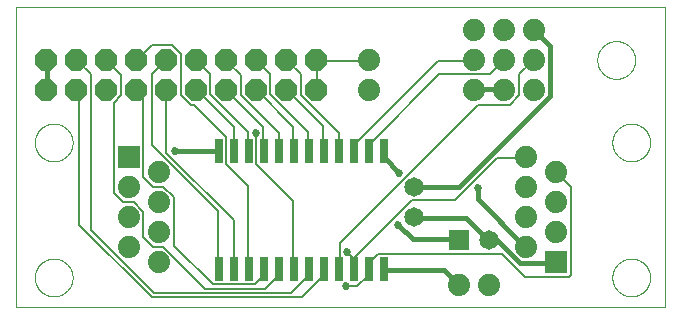
<source format=gtl>
G75*
%MOIN*%
%OFA0B0*%
%FSLAX25Y25*%
%IPPOS*%
%LPD*%
%AMOC8*
5,1,8,0,0,1.08239X$1,22.5*
%
%ADD10C,0.00000*%
%ADD11C,0.07400*%
%ADD12R,0.07400X0.07400*%
%ADD13OC8,0.07400*%
%ADD14C,0.06500*%
%ADD15R,0.06500X0.06500*%
%ADD16R,0.02600X0.08000*%
%ADD17C,0.01500*%
%ADD18C,0.02700*%
%ADD19C,0.00800*%
D10*
X0031420Y0001000D02*
X0031420Y0101000D01*
X0247670Y0101000D01*
X0247670Y0001000D01*
X0031420Y0001000D01*
X0037621Y0011000D02*
X0037623Y0011158D01*
X0037629Y0011316D01*
X0037639Y0011474D01*
X0037653Y0011632D01*
X0037671Y0011789D01*
X0037692Y0011946D01*
X0037718Y0012102D01*
X0037748Y0012258D01*
X0037781Y0012413D01*
X0037819Y0012566D01*
X0037860Y0012719D01*
X0037905Y0012871D01*
X0037954Y0013022D01*
X0038007Y0013171D01*
X0038063Y0013319D01*
X0038123Y0013465D01*
X0038187Y0013610D01*
X0038255Y0013753D01*
X0038326Y0013895D01*
X0038400Y0014035D01*
X0038478Y0014172D01*
X0038560Y0014308D01*
X0038644Y0014442D01*
X0038733Y0014573D01*
X0038824Y0014702D01*
X0038919Y0014829D01*
X0039016Y0014954D01*
X0039117Y0015076D01*
X0039221Y0015195D01*
X0039328Y0015312D01*
X0039438Y0015426D01*
X0039551Y0015537D01*
X0039666Y0015646D01*
X0039784Y0015751D01*
X0039905Y0015853D01*
X0040028Y0015953D01*
X0040154Y0016049D01*
X0040282Y0016142D01*
X0040412Y0016232D01*
X0040545Y0016318D01*
X0040680Y0016402D01*
X0040816Y0016481D01*
X0040955Y0016558D01*
X0041096Y0016630D01*
X0041238Y0016700D01*
X0041382Y0016765D01*
X0041528Y0016827D01*
X0041675Y0016885D01*
X0041824Y0016940D01*
X0041974Y0016991D01*
X0042125Y0017038D01*
X0042277Y0017081D01*
X0042430Y0017120D01*
X0042585Y0017156D01*
X0042740Y0017187D01*
X0042896Y0017215D01*
X0043052Y0017239D01*
X0043209Y0017259D01*
X0043367Y0017275D01*
X0043524Y0017287D01*
X0043683Y0017295D01*
X0043841Y0017299D01*
X0043999Y0017299D01*
X0044157Y0017295D01*
X0044316Y0017287D01*
X0044473Y0017275D01*
X0044631Y0017259D01*
X0044788Y0017239D01*
X0044944Y0017215D01*
X0045100Y0017187D01*
X0045255Y0017156D01*
X0045410Y0017120D01*
X0045563Y0017081D01*
X0045715Y0017038D01*
X0045866Y0016991D01*
X0046016Y0016940D01*
X0046165Y0016885D01*
X0046312Y0016827D01*
X0046458Y0016765D01*
X0046602Y0016700D01*
X0046744Y0016630D01*
X0046885Y0016558D01*
X0047024Y0016481D01*
X0047160Y0016402D01*
X0047295Y0016318D01*
X0047428Y0016232D01*
X0047558Y0016142D01*
X0047686Y0016049D01*
X0047812Y0015953D01*
X0047935Y0015853D01*
X0048056Y0015751D01*
X0048174Y0015646D01*
X0048289Y0015537D01*
X0048402Y0015426D01*
X0048512Y0015312D01*
X0048619Y0015195D01*
X0048723Y0015076D01*
X0048824Y0014954D01*
X0048921Y0014829D01*
X0049016Y0014702D01*
X0049107Y0014573D01*
X0049196Y0014442D01*
X0049280Y0014308D01*
X0049362Y0014172D01*
X0049440Y0014035D01*
X0049514Y0013895D01*
X0049585Y0013753D01*
X0049653Y0013610D01*
X0049717Y0013465D01*
X0049777Y0013319D01*
X0049833Y0013171D01*
X0049886Y0013022D01*
X0049935Y0012871D01*
X0049980Y0012719D01*
X0050021Y0012566D01*
X0050059Y0012413D01*
X0050092Y0012258D01*
X0050122Y0012102D01*
X0050148Y0011946D01*
X0050169Y0011789D01*
X0050187Y0011632D01*
X0050201Y0011474D01*
X0050211Y0011316D01*
X0050217Y0011158D01*
X0050219Y0011000D01*
X0050217Y0010842D01*
X0050211Y0010684D01*
X0050201Y0010526D01*
X0050187Y0010368D01*
X0050169Y0010211D01*
X0050148Y0010054D01*
X0050122Y0009898D01*
X0050092Y0009742D01*
X0050059Y0009587D01*
X0050021Y0009434D01*
X0049980Y0009281D01*
X0049935Y0009129D01*
X0049886Y0008978D01*
X0049833Y0008829D01*
X0049777Y0008681D01*
X0049717Y0008535D01*
X0049653Y0008390D01*
X0049585Y0008247D01*
X0049514Y0008105D01*
X0049440Y0007965D01*
X0049362Y0007828D01*
X0049280Y0007692D01*
X0049196Y0007558D01*
X0049107Y0007427D01*
X0049016Y0007298D01*
X0048921Y0007171D01*
X0048824Y0007046D01*
X0048723Y0006924D01*
X0048619Y0006805D01*
X0048512Y0006688D01*
X0048402Y0006574D01*
X0048289Y0006463D01*
X0048174Y0006354D01*
X0048056Y0006249D01*
X0047935Y0006147D01*
X0047812Y0006047D01*
X0047686Y0005951D01*
X0047558Y0005858D01*
X0047428Y0005768D01*
X0047295Y0005682D01*
X0047160Y0005598D01*
X0047024Y0005519D01*
X0046885Y0005442D01*
X0046744Y0005370D01*
X0046602Y0005300D01*
X0046458Y0005235D01*
X0046312Y0005173D01*
X0046165Y0005115D01*
X0046016Y0005060D01*
X0045866Y0005009D01*
X0045715Y0004962D01*
X0045563Y0004919D01*
X0045410Y0004880D01*
X0045255Y0004844D01*
X0045100Y0004813D01*
X0044944Y0004785D01*
X0044788Y0004761D01*
X0044631Y0004741D01*
X0044473Y0004725D01*
X0044316Y0004713D01*
X0044157Y0004705D01*
X0043999Y0004701D01*
X0043841Y0004701D01*
X0043683Y0004705D01*
X0043524Y0004713D01*
X0043367Y0004725D01*
X0043209Y0004741D01*
X0043052Y0004761D01*
X0042896Y0004785D01*
X0042740Y0004813D01*
X0042585Y0004844D01*
X0042430Y0004880D01*
X0042277Y0004919D01*
X0042125Y0004962D01*
X0041974Y0005009D01*
X0041824Y0005060D01*
X0041675Y0005115D01*
X0041528Y0005173D01*
X0041382Y0005235D01*
X0041238Y0005300D01*
X0041096Y0005370D01*
X0040955Y0005442D01*
X0040816Y0005519D01*
X0040680Y0005598D01*
X0040545Y0005682D01*
X0040412Y0005768D01*
X0040282Y0005858D01*
X0040154Y0005951D01*
X0040028Y0006047D01*
X0039905Y0006147D01*
X0039784Y0006249D01*
X0039666Y0006354D01*
X0039551Y0006463D01*
X0039438Y0006574D01*
X0039328Y0006688D01*
X0039221Y0006805D01*
X0039117Y0006924D01*
X0039016Y0007046D01*
X0038919Y0007171D01*
X0038824Y0007298D01*
X0038733Y0007427D01*
X0038644Y0007558D01*
X0038560Y0007692D01*
X0038478Y0007828D01*
X0038400Y0007965D01*
X0038326Y0008105D01*
X0038255Y0008247D01*
X0038187Y0008390D01*
X0038123Y0008535D01*
X0038063Y0008681D01*
X0038007Y0008829D01*
X0037954Y0008978D01*
X0037905Y0009129D01*
X0037860Y0009281D01*
X0037819Y0009434D01*
X0037781Y0009587D01*
X0037748Y0009742D01*
X0037718Y0009898D01*
X0037692Y0010054D01*
X0037671Y0010211D01*
X0037653Y0010368D01*
X0037639Y0010526D01*
X0037629Y0010684D01*
X0037623Y0010842D01*
X0037621Y0011000D01*
X0037621Y0056000D02*
X0037623Y0056158D01*
X0037629Y0056316D01*
X0037639Y0056474D01*
X0037653Y0056632D01*
X0037671Y0056789D01*
X0037692Y0056946D01*
X0037718Y0057102D01*
X0037748Y0057258D01*
X0037781Y0057413D01*
X0037819Y0057566D01*
X0037860Y0057719D01*
X0037905Y0057871D01*
X0037954Y0058022D01*
X0038007Y0058171D01*
X0038063Y0058319D01*
X0038123Y0058465D01*
X0038187Y0058610D01*
X0038255Y0058753D01*
X0038326Y0058895D01*
X0038400Y0059035D01*
X0038478Y0059172D01*
X0038560Y0059308D01*
X0038644Y0059442D01*
X0038733Y0059573D01*
X0038824Y0059702D01*
X0038919Y0059829D01*
X0039016Y0059954D01*
X0039117Y0060076D01*
X0039221Y0060195D01*
X0039328Y0060312D01*
X0039438Y0060426D01*
X0039551Y0060537D01*
X0039666Y0060646D01*
X0039784Y0060751D01*
X0039905Y0060853D01*
X0040028Y0060953D01*
X0040154Y0061049D01*
X0040282Y0061142D01*
X0040412Y0061232D01*
X0040545Y0061318D01*
X0040680Y0061402D01*
X0040816Y0061481D01*
X0040955Y0061558D01*
X0041096Y0061630D01*
X0041238Y0061700D01*
X0041382Y0061765D01*
X0041528Y0061827D01*
X0041675Y0061885D01*
X0041824Y0061940D01*
X0041974Y0061991D01*
X0042125Y0062038D01*
X0042277Y0062081D01*
X0042430Y0062120D01*
X0042585Y0062156D01*
X0042740Y0062187D01*
X0042896Y0062215D01*
X0043052Y0062239D01*
X0043209Y0062259D01*
X0043367Y0062275D01*
X0043524Y0062287D01*
X0043683Y0062295D01*
X0043841Y0062299D01*
X0043999Y0062299D01*
X0044157Y0062295D01*
X0044316Y0062287D01*
X0044473Y0062275D01*
X0044631Y0062259D01*
X0044788Y0062239D01*
X0044944Y0062215D01*
X0045100Y0062187D01*
X0045255Y0062156D01*
X0045410Y0062120D01*
X0045563Y0062081D01*
X0045715Y0062038D01*
X0045866Y0061991D01*
X0046016Y0061940D01*
X0046165Y0061885D01*
X0046312Y0061827D01*
X0046458Y0061765D01*
X0046602Y0061700D01*
X0046744Y0061630D01*
X0046885Y0061558D01*
X0047024Y0061481D01*
X0047160Y0061402D01*
X0047295Y0061318D01*
X0047428Y0061232D01*
X0047558Y0061142D01*
X0047686Y0061049D01*
X0047812Y0060953D01*
X0047935Y0060853D01*
X0048056Y0060751D01*
X0048174Y0060646D01*
X0048289Y0060537D01*
X0048402Y0060426D01*
X0048512Y0060312D01*
X0048619Y0060195D01*
X0048723Y0060076D01*
X0048824Y0059954D01*
X0048921Y0059829D01*
X0049016Y0059702D01*
X0049107Y0059573D01*
X0049196Y0059442D01*
X0049280Y0059308D01*
X0049362Y0059172D01*
X0049440Y0059035D01*
X0049514Y0058895D01*
X0049585Y0058753D01*
X0049653Y0058610D01*
X0049717Y0058465D01*
X0049777Y0058319D01*
X0049833Y0058171D01*
X0049886Y0058022D01*
X0049935Y0057871D01*
X0049980Y0057719D01*
X0050021Y0057566D01*
X0050059Y0057413D01*
X0050092Y0057258D01*
X0050122Y0057102D01*
X0050148Y0056946D01*
X0050169Y0056789D01*
X0050187Y0056632D01*
X0050201Y0056474D01*
X0050211Y0056316D01*
X0050217Y0056158D01*
X0050219Y0056000D01*
X0050217Y0055842D01*
X0050211Y0055684D01*
X0050201Y0055526D01*
X0050187Y0055368D01*
X0050169Y0055211D01*
X0050148Y0055054D01*
X0050122Y0054898D01*
X0050092Y0054742D01*
X0050059Y0054587D01*
X0050021Y0054434D01*
X0049980Y0054281D01*
X0049935Y0054129D01*
X0049886Y0053978D01*
X0049833Y0053829D01*
X0049777Y0053681D01*
X0049717Y0053535D01*
X0049653Y0053390D01*
X0049585Y0053247D01*
X0049514Y0053105D01*
X0049440Y0052965D01*
X0049362Y0052828D01*
X0049280Y0052692D01*
X0049196Y0052558D01*
X0049107Y0052427D01*
X0049016Y0052298D01*
X0048921Y0052171D01*
X0048824Y0052046D01*
X0048723Y0051924D01*
X0048619Y0051805D01*
X0048512Y0051688D01*
X0048402Y0051574D01*
X0048289Y0051463D01*
X0048174Y0051354D01*
X0048056Y0051249D01*
X0047935Y0051147D01*
X0047812Y0051047D01*
X0047686Y0050951D01*
X0047558Y0050858D01*
X0047428Y0050768D01*
X0047295Y0050682D01*
X0047160Y0050598D01*
X0047024Y0050519D01*
X0046885Y0050442D01*
X0046744Y0050370D01*
X0046602Y0050300D01*
X0046458Y0050235D01*
X0046312Y0050173D01*
X0046165Y0050115D01*
X0046016Y0050060D01*
X0045866Y0050009D01*
X0045715Y0049962D01*
X0045563Y0049919D01*
X0045410Y0049880D01*
X0045255Y0049844D01*
X0045100Y0049813D01*
X0044944Y0049785D01*
X0044788Y0049761D01*
X0044631Y0049741D01*
X0044473Y0049725D01*
X0044316Y0049713D01*
X0044157Y0049705D01*
X0043999Y0049701D01*
X0043841Y0049701D01*
X0043683Y0049705D01*
X0043524Y0049713D01*
X0043367Y0049725D01*
X0043209Y0049741D01*
X0043052Y0049761D01*
X0042896Y0049785D01*
X0042740Y0049813D01*
X0042585Y0049844D01*
X0042430Y0049880D01*
X0042277Y0049919D01*
X0042125Y0049962D01*
X0041974Y0050009D01*
X0041824Y0050060D01*
X0041675Y0050115D01*
X0041528Y0050173D01*
X0041382Y0050235D01*
X0041238Y0050300D01*
X0041096Y0050370D01*
X0040955Y0050442D01*
X0040816Y0050519D01*
X0040680Y0050598D01*
X0040545Y0050682D01*
X0040412Y0050768D01*
X0040282Y0050858D01*
X0040154Y0050951D01*
X0040028Y0051047D01*
X0039905Y0051147D01*
X0039784Y0051249D01*
X0039666Y0051354D01*
X0039551Y0051463D01*
X0039438Y0051574D01*
X0039328Y0051688D01*
X0039221Y0051805D01*
X0039117Y0051924D01*
X0039016Y0052046D01*
X0038919Y0052171D01*
X0038824Y0052298D01*
X0038733Y0052427D01*
X0038644Y0052558D01*
X0038560Y0052692D01*
X0038478Y0052828D01*
X0038400Y0052965D01*
X0038326Y0053105D01*
X0038255Y0053247D01*
X0038187Y0053390D01*
X0038123Y0053535D01*
X0038063Y0053681D01*
X0038007Y0053829D01*
X0037954Y0053978D01*
X0037905Y0054129D01*
X0037860Y0054281D01*
X0037819Y0054434D01*
X0037781Y0054587D01*
X0037748Y0054742D01*
X0037718Y0054898D01*
X0037692Y0055054D01*
X0037671Y0055211D01*
X0037653Y0055368D01*
X0037639Y0055526D01*
X0037629Y0055684D01*
X0037623Y0055842D01*
X0037621Y0056000D01*
X0225121Y0083500D02*
X0225123Y0083658D01*
X0225129Y0083816D01*
X0225139Y0083974D01*
X0225153Y0084132D01*
X0225171Y0084289D01*
X0225192Y0084446D01*
X0225218Y0084602D01*
X0225248Y0084758D01*
X0225281Y0084913D01*
X0225319Y0085066D01*
X0225360Y0085219D01*
X0225405Y0085371D01*
X0225454Y0085522D01*
X0225507Y0085671D01*
X0225563Y0085819D01*
X0225623Y0085965D01*
X0225687Y0086110D01*
X0225755Y0086253D01*
X0225826Y0086395D01*
X0225900Y0086535D01*
X0225978Y0086672D01*
X0226060Y0086808D01*
X0226144Y0086942D01*
X0226233Y0087073D01*
X0226324Y0087202D01*
X0226419Y0087329D01*
X0226516Y0087454D01*
X0226617Y0087576D01*
X0226721Y0087695D01*
X0226828Y0087812D01*
X0226938Y0087926D01*
X0227051Y0088037D01*
X0227166Y0088146D01*
X0227284Y0088251D01*
X0227405Y0088353D01*
X0227528Y0088453D01*
X0227654Y0088549D01*
X0227782Y0088642D01*
X0227912Y0088732D01*
X0228045Y0088818D01*
X0228180Y0088902D01*
X0228316Y0088981D01*
X0228455Y0089058D01*
X0228596Y0089130D01*
X0228738Y0089200D01*
X0228882Y0089265D01*
X0229028Y0089327D01*
X0229175Y0089385D01*
X0229324Y0089440D01*
X0229474Y0089491D01*
X0229625Y0089538D01*
X0229777Y0089581D01*
X0229930Y0089620D01*
X0230085Y0089656D01*
X0230240Y0089687D01*
X0230396Y0089715D01*
X0230552Y0089739D01*
X0230709Y0089759D01*
X0230867Y0089775D01*
X0231024Y0089787D01*
X0231183Y0089795D01*
X0231341Y0089799D01*
X0231499Y0089799D01*
X0231657Y0089795D01*
X0231816Y0089787D01*
X0231973Y0089775D01*
X0232131Y0089759D01*
X0232288Y0089739D01*
X0232444Y0089715D01*
X0232600Y0089687D01*
X0232755Y0089656D01*
X0232910Y0089620D01*
X0233063Y0089581D01*
X0233215Y0089538D01*
X0233366Y0089491D01*
X0233516Y0089440D01*
X0233665Y0089385D01*
X0233812Y0089327D01*
X0233958Y0089265D01*
X0234102Y0089200D01*
X0234244Y0089130D01*
X0234385Y0089058D01*
X0234524Y0088981D01*
X0234660Y0088902D01*
X0234795Y0088818D01*
X0234928Y0088732D01*
X0235058Y0088642D01*
X0235186Y0088549D01*
X0235312Y0088453D01*
X0235435Y0088353D01*
X0235556Y0088251D01*
X0235674Y0088146D01*
X0235789Y0088037D01*
X0235902Y0087926D01*
X0236012Y0087812D01*
X0236119Y0087695D01*
X0236223Y0087576D01*
X0236324Y0087454D01*
X0236421Y0087329D01*
X0236516Y0087202D01*
X0236607Y0087073D01*
X0236696Y0086942D01*
X0236780Y0086808D01*
X0236862Y0086672D01*
X0236940Y0086535D01*
X0237014Y0086395D01*
X0237085Y0086253D01*
X0237153Y0086110D01*
X0237217Y0085965D01*
X0237277Y0085819D01*
X0237333Y0085671D01*
X0237386Y0085522D01*
X0237435Y0085371D01*
X0237480Y0085219D01*
X0237521Y0085066D01*
X0237559Y0084913D01*
X0237592Y0084758D01*
X0237622Y0084602D01*
X0237648Y0084446D01*
X0237669Y0084289D01*
X0237687Y0084132D01*
X0237701Y0083974D01*
X0237711Y0083816D01*
X0237717Y0083658D01*
X0237719Y0083500D01*
X0237717Y0083342D01*
X0237711Y0083184D01*
X0237701Y0083026D01*
X0237687Y0082868D01*
X0237669Y0082711D01*
X0237648Y0082554D01*
X0237622Y0082398D01*
X0237592Y0082242D01*
X0237559Y0082087D01*
X0237521Y0081934D01*
X0237480Y0081781D01*
X0237435Y0081629D01*
X0237386Y0081478D01*
X0237333Y0081329D01*
X0237277Y0081181D01*
X0237217Y0081035D01*
X0237153Y0080890D01*
X0237085Y0080747D01*
X0237014Y0080605D01*
X0236940Y0080465D01*
X0236862Y0080328D01*
X0236780Y0080192D01*
X0236696Y0080058D01*
X0236607Y0079927D01*
X0236516Y0079798D01*
X0236421Y0079671D01*
X0236324Y0079546D01*
X0236223Y0079424D01*
X0236119Y0079305D01*
X0236012Y0079188D01*
X0235902Y0079074D01*
X0235789Y0078963D01*
X0235674Y0078854D01*
X0235556Y0078749D01*
X0235435Y0078647D01*
X0235312Y0078547D01*
X0235186Y0078451D01*
X0235058Y0078358D01*
X0234928Y0078268D01*
X0234795Y0078182D01*
X0234660Y0078098D01*
X0234524Y0078019D01*
X0234385Y0077942D01*
X0234244Y0077870D01*
X0234102Y0077800D01*
X0233958Y0077735D01*
X0233812Y0077673D01*
X0233665Y0077615D01*
X0233516Y0077560D01*
X0233366Y0077509D01*
X0233215Y0077462D01*
X0233063Y0077419D01*
X0232910Y0077380D01*
X0232755Y0077344D01*
X0232600Y0077313D01*
X0232444Y0077285D01*
X0232288Y0077261D01*
X0232131Y0077241D01*
X0231973Y0077225D01*
X0231816Y0077213D01*
X0231657Y0077205D01*
X0231499Y0077201D01*
X0231341Y0077201D01*
X0231183Y0077205D01*
X0231024Y0077213D01*
X0230867Y0077225D01*
X0230709Y0077241D01*
X0230552Y0077261D01*
X0230396Y0077285D01*
X0230240Y0077313D01*
X0230085Y0077344D01*
X0229930Y0077380D01*
X0229777Y0077419D01*
X0229625Y0077462D01*
X0229474Y0077509D01*
X0229324Y0077560D01*
X0229175Y0077615D01*
X0229028Y0077673D01*
X0228882Y0077735D01*
X0228738Y0077800D01*
X0228596Y0077870D01*
X0228455Y0077942D01*
X0228316Y0078019D01*
X0228180Y0078098D01*
X0228045Y0078182D01*
X0227912Y0078268D01*
X0227782Y0078358D01*
X0227654Y0078451D01*
X0227528Y0078547D01*
X0227405Y0078647D01*
X0227284Y0078749D01*
X0227166Y0078854D01*
X0227051Y0078963D01*
X0226938Y0079074D01*
X0226828Y0079188D01*
X0226721Y0079305D01*
X0226617Y0079424D01*
X0226516Y0079546D01*
X0226419Y0079671D01*
X0226324Y0079798D01*
X0226233Y0079927D01*
X0226144Y0080058D01*
X0226060Y0080192D01*
X0225978Y0080328D01*
X0225900Y0080465D01*
X0225826Y0080605D01*
X0225755Y0080747D01*
X0225687Y0080890D01*
X0225623Y0081035D01*
X0225563Y0081181D01*
X0225507Y0081329D01*
X0225454Y0081478D01*
X0225405Y0081629D01*
X0225360Y0081781D01*
X0225319Y0081934D01*
X0225281Y0082087D01*
X0225248Y0082242D01*
X0225218Y0082398D01*
X0225192Y0082554D01*
X0225171Y0082711D01*
X0225153Y0082868D01*
X0225139Y0083026D01*
X0225129Y0083184D01*
X0225123Y0083342D01*
X0225121Y0083500D01*
X0230121Y0056000D02*
X0230123Y0056158D01*
X0230129Y0056316D01*
X0230139Y0056474D01*
X0230153Y0056632D01*
X0230171Y0056789D01*
X0230192Y0056946D01*
X0230218Y0057102D01*
X0230248Y0057258D01*
X0230281Y0057413D01*
X0230319Y0057566D01*
X0230360Y0057719D01*
X0230405Y0057871D01*
X0230454Y0058022D01*
X0230507Y0058171D01*
X0230563Y0058319D01*
X0230623Y0058465D01*
X0230687Y0058610D01*
X0230755Y0058753D01*
X0230826Y0058895D01*
X0230900Y0059035D01*
X0230978Y0059172D01*
X0231060Y0059308D01*
X0231144Y0059442D01*
X0231233Y0059573D01*
X0231324Y0059702D01*
X0231419Y0059829D01*
X0231516Y0059954D01*
X0231617Y0060076D01*
X0231721Y0060195D01*
X0231828Y0060312D01*
X0231938Y0060426D01*
X0232051Y0060537D01*
X0232166Y0060646D01*
X0232284Y0060751D01*
X0232405Y0060853D01*
X0232528Y0060953D01*
X0232654Y0061049D01*
X0232782Y0061142D01*
X0232912Y0061232D01*
X0233045Y0061318D01*
X0233180Y0061402D01*
X0233316Y0061481D01*
X0233455Y0061558D01*
X0233596Y0061630D01*
X0233738Y0061700D01*
X0233882Y0061765D01*
X0234028Y0061827D01*
X0234175Y0061885D01*
X0234324Y0061940D01*
X0234474Y0061991D01*
X0234625Y0062038D01*
X0234777Y0062081D01*
X0234930Y0062120D01*
X0235085Y0062156D01*
X0235240Y0062187D01*
X0235396Y0062215D01*
X0235552Y0062239D01*
X0235709Y0062259D01*
X0235867Y0062275D01*
X0236024Y0062287D01*
X0236183Y0062295D01*
X0236341Y0062299D01*
X0236499Y0062299D01*
X0236657Y0062295D01*
X0236816Y0062287D01*
X0236973Y0062275D01*
X0237131Y0062259D01*
X0237288Y0062239D01*
X0237444Y0062215D01*
X0237600Y0062187D01*
X0237755Y0062156D01*
X0237910Y0062120D01*
X0238063Y0062081D01*
X0238215Y0062038D01*
X0238366Y0061991D01*
X0238516Y0061940D01*
X0238665Y0061885D01*
X0238812Y0061827D01*
X0238958Y0061765D01*
X0239102Y0061700D01*
X0239244Y0061630D01*
X0239385Y0061558D01*
X0239524Y0061481D01*
X0239660Y0061402D01*
X0239795Y0061318D01*
X0239928Y0061232D01*
X0240058Y0061142D01*
X0240186Y0061049D01*
X0240312Y0060953D01*
X0240435Y0060853D01*
X0240556Y0060751D01*
X0240674Y0060646D01*
X0240789Y0060537D01*
X0240902Y0060426D01*
X0241012Y0060312D01*
X0241119Y0060195D01*
X0241223Y0060076D01*
X0241324Y0059954D01*
X0241421Y0059829D01*
X0241516Y0059702D01*
X0241607Y0059573D01*
X0241696Y0059442D01*
X0241780Y0059308D01*
X0241862Y0059172D01*
X0241940Y0059035D01*
X0242014Y0058895D01*
X0242085Y0058753D01*
X0242153Y0058610D01*
X0242217Y0058465D01*
X0242277Y0058319D01*
X0242333Y0058171D01*
X0242386Y0058022D01*
X0242435Y0057871D01*
X0242480Y0057719D01*
X0242521Y0057566D01*
X0242559Y0057413D01*
X0242592Y0057258D01*
X0242622Y0057102D01*
X0242648Y0056946D01*
X0242669Y0056789D01*
X0242687Y0056632D01*
X0242701Y0056474D01*
X0242711Y0056316D01*
X0242717Y0056158D01*
X0242719Y0056000D01*
X0242717Y0055842D01*
X0242711Y0055684D01*
X0242701Y0055526D01*
X0242687Y0055368D01*
X0242669Y0055211D01*
X0242648Y0055054D01*
X0242622Y0054898D01*
X0242592Y0054742D01*
X0242559Y0054587D01*
X0242521Y0054434D01*
X0242480Y0054281D01*
X0242435Y0054129D01*
X0242386Y0053978D01*
X0242333Y0053829D01*
X0242277Y0053681D01*
X0242217Y0053535D01*
X0242153Y0053390D01*
X0242085Y0053247D01*
X0242014Y0053105D01*
X0241940Y0052965D01*
X0241862Y0052828D01*
X0241780Y0052692D01*
X0241696Y0052558D01*
X0241607Y0052427D01*
X0241516Y0052298D01*
X0241421Y0052171D01*
X0241324Y0052046D01*
X0241223Y0051924D01*
X0241119Y0051805D01*
X0241012Y0051688D01*
X0240902Y0051574D01*
X0240789Y0051463D01*
X0240674Y0051354D01*
X0240556Y0051249D01*
X0240435Y0051147D01*
X0240312Y0051047D01*
X0240186Y0050951D01*
X0240058Y0050858D01*
X0239928Y0050768D01*
X0239795Y0050682D01*
X0239660Y0050598D01*
X0239524Y0050519D01*
X0239385Y0050442D01*
X0239244Y0050370D01*
X0239102Y0050300D01*
X0238958Y0050235D01*
X0238812Y0050173D01*
X0238665Y0050115D01*
X0238516Y0050060D01*
X0238366Y0050009D01*
X0238215Y0049962D01*
X0238063Y0049919D01*
X0237910Y0049880D01*
X0237755Y0049844D01*
X0237600Y0049813D01*
X0237444Y0049785D01*
X0237288Y0049761D01*
X0237131Y0049741D01*
X0236973Y0049725D01*
X0236816Y0049713D01*
X0236657Y0049705D01*
X0236499Y0049701D01*
X0236341Y0049701D01*
X0236183Y0049705D01*
X0236024Y0049713D01*
X0235867Y0049725D01*
X0235709Y0049741D01*
X0235552Y0049761D01*
X0235396Y0049785D01*
X0235240Y0049813D01*
X0235085Y0049844D01*
X0234930Y0049880D01*
X0234777Y0049919D01*
X0234625Y0049962D01*
X0234474Y0050009D01*
X0234324Y0050060D01*
X0234175Y0050115D01*
X0234028Y0050173D01*
X0233882Y0050235D01*
X0233738Y0050300D01*
X0233596Y0050370D01*
X0233455Y0050442D01*
X0233316Y0050519D01*
X0233180Y0050598D01*
X0233045Y0050682D01*
X0232912Y0050768D01*
X0232782Y0050858D01*
X0232654Y0050951D01*
X0232528Y0051047D01*
X0232405Y0051147D01*
X0232284Y0051249D01*
X0232166Y0051354D01*
X0232051Y0051463D01*
X0231938Y0051574D01*
X0231828Y0051688D01*
X0231721Y0051805D01*
X0231617Y0051924D01*
X0231516Y0052046D01*
X0231419Y0052171D01*
X0231324Y0052298D01*
X0231233Y0052427D01*
X0231144Y0052558D01*
X0231060Y0052692D01*
X0230978Y0052828D01*
X0230900Y0052965D01*
X0230826Y0053105D01*
X0230755Y0053247D01*
X0230687Y0053390D01*
X0230623Y0053535D01*
X0230563Y0053681D01*
X0230507Y0053829D01*
X0230454Y0053978D01*
X0230405Y0054129D01*
X0230360Y0054281D01*
X0230319Y0054434D01*
X0230281Y0054587D01*
X0230248Y0054742D01*
X0230218Y0054898D01*
X0230192Y0055054D01*
X0230171Y0055211D01*
X0230153Y0055368D01*
X0230139Y0055526D01*
X0230129Y0055684D01*
X0230123Y0055842D01*
X0230121Y0056000D01*
X0230121Y0011000D02*
X0230123Y0011158D01*
X0230129Y0011316D01*
X0230139Y0011474D01*
X0230153Y0011632D01*
X0230171Y0011789D01*
X0230192Y0011946D01*
X0230218Y0012102D01*
X0230248Y0012258D01*
X0230281Y0012413D01*
X0230319Y0012566D01*
X0230360Y0012719D01*
X0230405Y0012871D01*
X0230454Y0013022D01*
X0230507Y0013171D01*
X0230563Y0013319D01*
X0230623Y0013465D01*
X0230687Y0013610D01*
X0230755Y0013753D01*
X0230826Y0013895D01*
X0230900Y0014035D01*
X0230978Y0014172D01*
X0231060Y0014308D01*
X0231144Y0014442D01*
X0231233Y0014573D01*
X0231324Y0014702D01*
X0231419Y0014829D01*
X0231516Y0014954D01*
X0231617Y0015076D01*
X0231721Y0015195D01*
X0231828Y0015312D01*
X0231938Y0015426D01*
X0232051Y0015537D01*
X0232166Y0015646D01*
X0232284Y0015751D01*
X0232405Y0015853D01*
X0232528Y0015953D01*
X0232654Y0016049D01*
X0232782Y0016142D01*
X0232912Y0016232D01*
X0233045Y0016318D01*
X0233180Y0016402D01*
X0233316Y0016481D01*
X0233455Y0016558D01*
X0233596Y0016630D01*
X0233738Y0016700D01*
X0233882Y0016765D01*
X0234028Y0016827D01*
X0234175Y0016885D01*
X0234324Y0016940D01*
X0234474Y0016991D01*
X0234625Y0017038D01*
X0234777Y0017081D01*
X0234930Y0017120D01*
X0235085Y0017156D01*
X0235240Y0017187D01*
X0235396Y0017215D01*
X0235552Y0017239D01*
X0235709Y0017259D01*
X0235867Y0017275D01*
X0236024Y0017287D01*
X0236183Y0017295D01*
X0236341Y0017299D01*
X0236499Y0017299D01*
X0236657Y0017295D01*
X0236816Y0017287D01*
X0236973Y0017275D01*
X0237131Y0017259D01*
X0237288Y0017239D01*
X0237444Y0017215D01*
X0237600Y0017187D01*
X0237755Y0017156D01*
X0237910Y0017120D01*
X0238063Y0017081D01*
X0238215Y0017038D01*
X0238366Y0016991D01*
X0238516Y0016940D01*
X0238665Y0016885D01*
X0238812Y0016827D01*
X0238958Y0016765D01*
X0239102Y0016700D01*
X0239244Y0016630D01*
X0239385Y0016558D01*
X0239524Y0016481D01*
X0239660Y0016402D01*
X0239795Y0016318D01*
X0239928Y0016232D01*
X0240058Y0016142D01*
X0240186Y0016049D01*
X0240312Y0015953D01*
X0240435Y0015853D01*
X0240556Y0015751D01*
X0240674Y0015646D01*
X0240789Y0015537D01*
X0240902Y0015426D01*
X0241012Y0015312D01*
X0241119Y0015195D01*
X0241223Y0015076D01*
X0241324Y0014954D01*
X0241421Y0014829D01*
X0241516Y0014702D01*
X0241607Y0014573D01*
X0241696Y0014442D01*
X0241780Y0014308D01*
X0241862Y0014172D01*
X0241940Y0014035D01*
X0242014Y0013895D01*
X0242085Y0013753D01*
X0242153Y0013610D01*
X0242217Y0013465D01*
X0242277Y0013319D01*
X0242333Y0013171D01*
X0242386Y0013022D01*
X0242435Y0012871D01*
X0242480Y0012719D01*
X0242521Y0012566D01*
X0242559Y0012413D01*
X0242592Y0012258D01*
X0242622Y0012102D01*
X0242648Y0011946D01*
X0242669Y0011789D01*
X0242687Y0011632D01*
X0242701Y0011474D01*
X0242711Y0011316D01*
X0242717Y0011158D01*
X0242719Y0011000D01*
X0242717Y0010842D01*
X0242711Y0010684D01*
X0242701Y0010526D01*
X0242687Y0010368D01*
X0242669Y0010211D01*
X0242648Y0010054D01*
X0242622Y0009898D01*
X0242592Y0009742D01*
X0242559Y0009587D01*
X0242521Y0009434D01*
X0242480Y0009281D01*
X0242435Y0009129D01*
X0242386Y0008978D01*
X0242333Y0008829D01*
X0242277Y0008681D01*
X0242217Y0008535D01*
X0242153Y0008390D01*
X0242085Y0008247D01*
X0242014Y0008105D01*
X0241940Y0007965D01*
X0241862Y0007828D01*
X0241780Y0007692D01*
X0241696Y0007558D01*
X0241607Y0007427D01*
X0241516Y0007298D01*
X0241421Y0007171D01*
X0241324Y0007046D01*
X0241223Y0006924D01*
X0241119Y0006805D01*
X0241012Y0006688D01*
X0240902Y0006574D01*
X0240789Y0006463D01*
X0240674Y0006354D01*
X0240556Y0006249D01*
X0240435Y0006147D01*
X0240312Y0006047D01*
X0240186Y0005951D01*
X0240058Y0005858D01*
X0239928Y0005768D01*
X0239795Y0005682D01*
X0239660Y0005598D01*
X0239524Y0005519D01*
X0239385Y0005442D01*
X0239244Y0005370D01*
X0239102Y0005300D01*
X0238958Y0005235D01*
X0238812Y0005173D01*
X0238665Y0005115D01*
X0238516Y0005060D01*
X0238366Y0005009D01*
X0238215Y0004962D01*
X0238063Y0004919D01*
X0237910Y0004880D01*
X0237755Y0004844D01*
X0237600Y0004813D01*
X0237444Y0004785D01*
X0237288Y0004761D01*
X0237131Y0004741D01*
X0236973Y0004725D01*
X0236816Y0004713D01*
X0236657Y0004705D01*
X0236499Y0004701D01*
X0236341Y0004701D01*
X0236183Y0004705D01*
X0236024Y0004713D01*
X0235867Y0004725D01*
X0235709Y0004741D01*
X0235552Y0004761D01*
X0235396Y0004785D01*
X0235240Y0004813D01*
X0235085Y0004844D01*
X0234930Y0004880D01*
X0234777Y0004919D01*
X0234625Y0004962D01*
X0234474Y0005009D01*
X0234324Y0005060D01*
X0234175Y0005115D01*
X0234028Y0005173D01*
X0233882Y0005235D01*
X0233738Y0005300D01*
X0233596Y0005370D01*
X0233455Y0005442D01*
X0233316Y0005519D01*
X0233180Y0005598D01*
X0233045Y0005682D01*
X0232912Y0005768D01*
X0232782Y0005858D01*
X0232654Y0005951D01*
X0232528Y0006047D01*
X0232405Y0006147D01*
X0232284Y0006249D01*
X0232166Y0006354D01*
X0232051Y0006463D01*
X0231938Y0006574D01*
X0231828Y0006688D01*
X0231721Y0006805D01*
X0231617Y0006924D01*
X0231516Y0007046D01*
X0231419Y0007171D01*
X0231324Y0007298D01*
X0231233Y0007427D01*
X0231144Y0007558D01*
X0231060Y0007692D01*
X0230978Y0007828D01*
X0230900Y0007965D01*
X0230826Y0008105D01*
X0230755Y0008247D01*
X0230687Y0008390D01*
X0230623Y0008535D01*
X0230563Y0008681D01*
X0230507Y0008829D01*
X0230454Y0008978D01*
X0230405Y0009129D01*
X0230360Y0009281D01*
X0230319Y0009434D01*
X0230281Y0009587D01*
X0230248Y0009742D01*
X0230218Y0009898D01*
X0230192Y0010054D01*
X0230171Y0010211D01*
X0230153Y0010368D01*
X0230139Y0010526D01*
X0230129Y0010684D01*
X0230123Y0010842D01*
X0230121Y0011000D01*
D11*
X0201420Y0021000D03*
X0211420Y0026000D03*
X0201420Y0031000D03*
X0211420Y0036000D03*
X0201420Y0041000D03*
X0211420Y0046000D03*
X0201420Y0051000D03*
X0203920Y0073500D03*
X0193920Y0073500D03*
X0183920Y0073500D03*
X0183920Y0083500D03*
X0193920Y0083500D03*
X0203920Y0083500D03*
X0203920Y0093500D03*
X0193920Y0093500D03*
X0183920Y0093500D03*
X0148920Y0083500D03*
X0148920Y0073500D03*
X0078920Y0046000D03*
X0068920Y0041000D03*
X0078920Y0036000D03*
X0068920Y0031000D03*
X0078920Y0026000D03*
X0068920Y0021000D03*
X0078920Y0016000D03*
X0178920Y0008500D03*
X0188920Y0008500D03*
D12*
X0211420Y0016000D03*
X0068920Y0051000D03*
D13*
X0071420Y0073500D03*
X0081420Y0073500D03*
X0091420Y0073500D03*
X0101420Y0073500D03*
X0111420Y0073500D03*
X0121420Y0073500D03*
X0131420Y0073500D03*
X0131420Y0083500D03*
X0121420Y0083500D03*
X0111420Y0083500D03*
X0101420Y0083500D03*
X0091420Y0083500D03*
X0081420Y0083500D03*
X0071420Y0083500D03*
X0061420Y0083500D03*
X0051420Y0083500D03*
X0041420Y0083500D03*
X0041420Y0073500D03*
X0051420Y0073500D03*
X0061420Y0073500D03*
D14*
X0163920Y0041000D03*
X0163920Y0031000D03*
X0188920Y0023500D03*
D15*
X0178920Y0023500D03*
D16*
X0153920Y0013700D03*
X0148920Y0013700D03*
X0143920Y0013700D03*
X0138920Y0013700D03*
X0133920Y0013700D03*
X0128920Y0013700D03*
X0123920Y0013700D03*
X0118920Y0013700D03*
X0113920Y0013700D03*
X0108920Y0013700D03*
X0103920Y0013700D03*
X0098920Y0013700D03*
X0098920Y0053300D03*
X0103920Y0053300D03*
X0108920Y0053300D03*
X0113920Y0053300D03*
X0118920Y0053300D03*
X0123920Y0053300D03*
X0128920Y0053300D03*
X0133920Y0053300D03*
X0138920Y0053300D03*
X0143920Y0053300D03*
X0148920Y0053300D03*
X0153920Y0053300D03*
D17*
X0153920Y0051050D01*
X0159170Y0045800D01*
X0164070Y0041250D02*
X0163920Y0041000D01*
X0164070Y0041250D02*
X0179120Y0041250D01*
X0209220Y0071350D01*
X0209220Y0088150D01*
X0203970Y0093400D01*
X0203920Y0093500D01*
X0193820Y0073800D02*
X0184020Y0073800D01*
X0183920Y0073500D01*
X0193820Y0073800D02*
X0193920Y0073500D01*
X0185420Y0040900D02*
X0185420Y0037050D01*
X0201170Y0021300D01*
X0201420Y0021000D01*
X0199420Y0015700D02*
X0191720Y0023400D01*
X0188920Y0023400D01*
X0188920Y0023500D01*
X0188220Y0023750D01*
X0181220Y0030750D01*
X0164070Y0030750D01*
X0163920Y0031000D01*
X0158820Y0028650D02*
X0163720Y0023750D01*
X0178770Y0023750D01*
X0178920Y0023500D01*
X0199420Y0015700D02*
X0211320Y0015700D01*
X0211420Y0016000D01*
X0178920Y0008500D02*
X0178770Y0008700D01*
X0173870Y0013600D01*
X0153920Y0013600D01*
X0153920Y0013700D01*
X0098920Y0053300D02*
X0098620Y0053150D01*
X0084270Y0053150D01*
X0041570Y0073800D02*
X0041420Y0073500D01*
X0041570Y0073800D02*
X0041570Y0083250D01*
X0041420Y0083500D01*
D18*
X0111220Y0059100D03*
X0084270Y0053150D03*
X0159170Y0045800D03*
X0185420Y0040900D03*
X0158820Y0028650D03*
X0141670Y0019550D03*
X0141320Y0008000D03*
D19*
X0145170Y0008000D01*
X0148670Y0011500D01*
X0148670Y0013600D01*
X0148920Y0013700D01*
X0149020Y0013950D01*
X0149020Y0015700D01*
X0152170Y0018850D01*
X0193470Y0018850D01*
X0201170Y0011150D01*
X0215520Y0011150D01*
X0216220Y0011850D01*
X0216220Y0041250D01*
X0211670Y0045800D01*
X0211420Y0046000D01*
X0201420Y0051000D02*
X0201170Y0050700D01*
X0191720Y0050700D01*
X0177720Y0036700D01*
X0163370Y0036700D01*
X0144120Y0017450D01*
X0144120Y0013950D01*
X0143920Y0013700D01*
X0143770Y0017450D01*
X0141670Y0019550D01*
X0139220Y0022350D02*
X0185420Y0068550D01*
X0195920Y0068550D01*
X0199070Y0071700D01*
X0199070Y0078700D01*
X0203620Y0083250D01*
X0203920Y0083500D01*
X0193920Y0083500D02*
X0193820Y0083250D01*
X0189270Y0078700D01*
X0172470Y0078700D01*
X0149020Y0055250D01*
X0149020Y0053500D01*
X0148920Y0053300D01*
X0144120Y0053500D02*
X0144120Y0055250D01*
X0172120Y0083250D01*
X0183670Y0083250D01*
X0183920Y0083500D01*
X0148920Y0083500D02*
X0148670Y0083250D01*
X0131870Y0083250D01*
X0131420Y0083500D01*
X0131520Y0083250D01*
X0131520Y0073800D01*
X0131420Y0073500D01*
X0126270Y0071700D02*
X0126270Y0078700D01*
X0121720Y0083250D01*
X0121420Y0083500D01*
X0116120Y0078700D02*
X0111570Y0083250D01*
X0111420Y0083500D01*
X0106320Y0078350D02*
X0101420Y0083250D01*
X0101420Y0083500D01*
X0096170Y0078700D02*
X0091620Y0083250D01*
X0091420Y0083500D01*
X0086370Y0085350D02*
X0083220Y0088500D01*
X0076570Y0088500D01*
X0071670Y0083600D01*
X0071420Y0083500D01*
X0076570Y0078700D02*
X0081120Y0083250D01*
X0081420Y0083500D01*
X0086370Y0085350D02*
X0086370Y0071700D01*
X0089520Y0068550D01*
X0090570Y0068550D01*
X0101420Y0057700D01*
X0101420Y0048950D01*
X0108770Y0041600D01*
X0108770Y0013950D01*
X0108920Y0013700D01*
X0103920Y0013700D02*
X0103870Y0013950D01*
X0103870Y0030050D01*
X0081470Y0052450D01*
X0081470Y0073450D01*
X0081420Y0073500D01*
X0073770Y0071350D02*
X0071670Y0073450D01*
X0071420Y0073500D01*
X0073770Y0071350D02*
X0073770Y0044400D01*
X0076920Y0041250D01*
X0080420Y0041250D01*
X0083920Y0037750D01*
X0083920Y0021650D01*
X0096870Y0008700D01*
X0110870Y0008700D01*
X0113670Y0011500D01*
X0113670Y0013600D01*
X0113920Y0013700D01*
X0118920Y0013700D02*
X0118920Y0011850D01*
X0114370Y0007300D01*
X0094420Y0007300D01*
X0080420Y0021300D01*
X0076920Y0021300D01*
X0073770Y0024450D01*
X0073770Y0032850D01*
X0070620Y0036000D01*
X0067120Y0036000D01*
X0063970Y0039150D01*
X0063970Y0069250D01*
X0066420Y0071700D01*
X0066420Y0078350D01*
X0061520Y0083250D01*
X0061420Y0083500D01*
X0056270Y0078700D02*
X0051720Y0083250D01*
X0051420Y0083500D01*
X0056270Y0078700D02*
X0056270Y0026900D01*
X0077270Y0005900D01*
X0123120Y0005900D01*
X0128720Y0011500D01*
X0128720Y0013600D01*
X0128920Y0013700D01*
X0123920Y0013700D02*
X0123820Y0013950D01*
X0123820Y0036350D01*
X0111220Y0048950D01*
X0111220Y0059100D01*
X0108770Y0059450D02*
X0096170Y0072050D01*
X0096170Y0078700D01*
X0106320Y0078350D02*
X0106320Y0071700D01*
X0118920Y0059100D01*
X0118920Y0053300D01*
X0123820Y0053500D02*
X0123920Y0053300D01*
X0123820Y0053500D02*
X0123820Y0061200D01*
X0111570Y0073450D01*
X0111420Y0073500D01*
X0116120Y0072050D02*
X0116120Y0078700D01*
X0121420Y0073500D02*
X0121720Y0073450D01*
X0133620Y0061550D01*
X0133620Y0053500D01*
X0133920Y0053300D01*
X0138870Y0053500D02*
X0138920Y0053300D01*
X0138870Y0053500D02*
X0138870Y0059100D01*
X0126270Y0071700D01*
X0116120Y0072050D02*
X0128720Y0059450D01*
X0128720Y0053500D01*
X0128920Y0053300D01*
X0113920Y0053300D02*
X0113670Y0053500D01*
X0113670Y0061200D01*
X0101420Y0073450D01*
X0101420Y0073500D01*
X0091620Y0073450D02*
X0091420Y0073500D01*
X0091620Y0073450D02*
X0103870Y0061200D01*
X0103870Y0053500D01*
X0103920Y0053300D01*
X0108770Y0053500D02*
X0108920Y0053300D01*
X0108770Y0053500D02*
X0108770Y0059450D01*
X0098620Y0033200D02*
X0076570Y0055250D01*
X0076570Y0078700D01*
X0052420Y0072750D02*
X0051720Y0073450D01*
X0051420Y0073500D01*
X0052420Y0072750D02*
X0052420Y0028650D01*
X0076570Y0004500D01*
X0126620Y0004500D01*
X0133620Y0011500D01*
X0133620Y0013600D01*
X0133920Y0013700D01*
X0138920Y0013700D02*
X0139220Y0013950D01*
X0139220Y0022350D01*
X0098920Y0013700D02*
X0098620Y0013950D01*
X0098620Y0033200D01*
X0143920Y0053300D02*
X0144120Y0053500D01*
M02*

</source>
